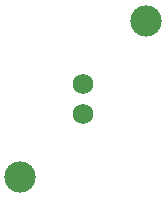
<source format=gbs>
G04 (created by PCBNEW (2013-07-07 BZR 4022)-stable) date 11/9/2013 6:32:22 PM*
%MOIN*%
G04 Gerber Fmt 3.4, Leading zero omitted, Abs format*
%FSLAX34Y34*%
G01*
G70*
G90*
G04 APERTURE LIST*
%ADD10C,0.006*%
%ADD11C,0.0689921*%
%ADD12C,0.104425*%
G04 APERTURE END LIST*
G54D10*
G54D11*
X29750Y-18750D03*
X29750Y-17750D03*
G54D12*
X31850Y-15650D03*
X27650Y-20850D03*
M02*

</source>
